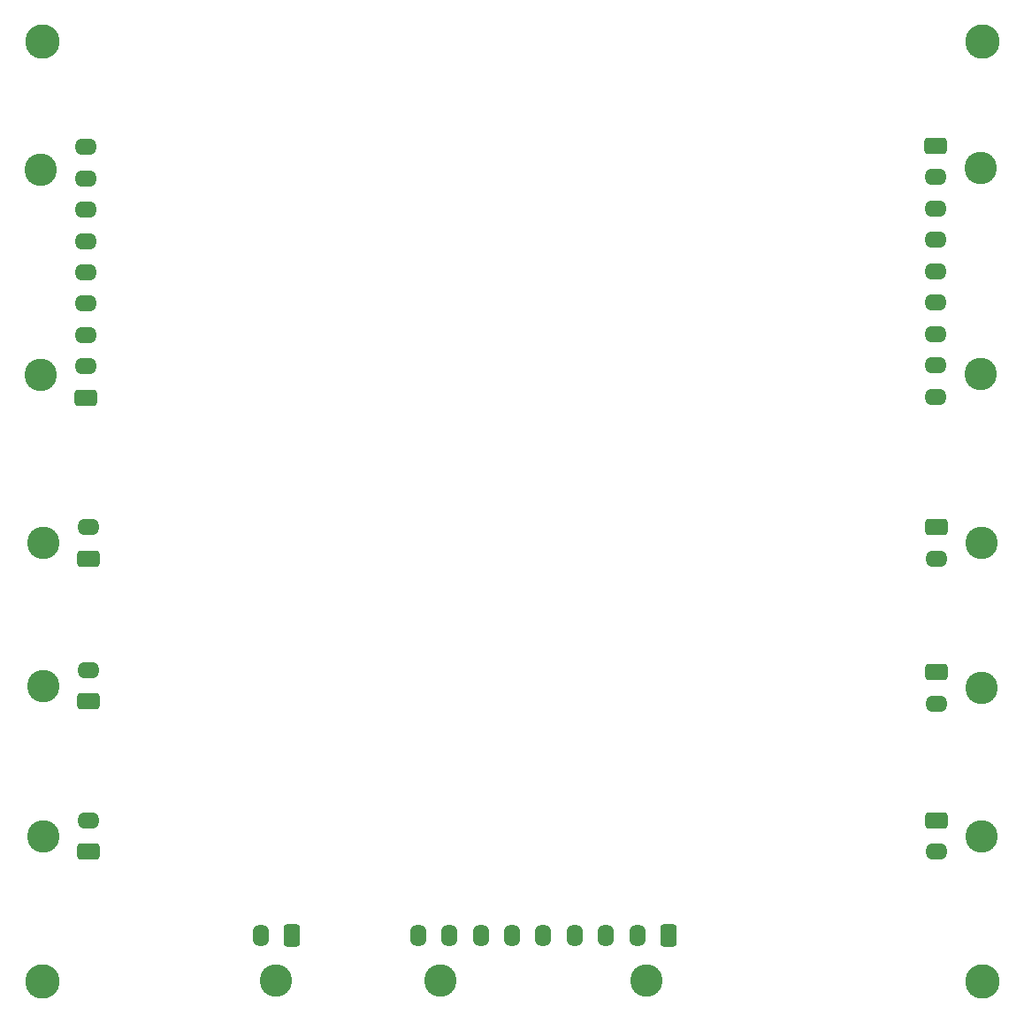
<source format=gbr>
%TF.GenerationSoftware,KiCad,Pcbnew,(6.0.2)*%
%TF.CreationDate,2022-04-06T15:39:21-04:00*%
%TF.ProjectId,Lights_Board,4c696768-7473-45f4-926f-6172642e6b69,rev?*%
%TF.SameCoordinates,Original*%
%TF.FileFunction,Soldermask,Bot*%
%TF.FilePolarity,Negative*%
%FSLAX46Y46*%
G04 Gerber Fmt 4.6, Leading zero omitted, Abs format (unit mm)*
G04 Created by KiCad (PCBNEW (6.0.2)) date 2022-04-06 15:39:21*
%MOMM*%
%LPD*%
G01*
G04 APERTURE LIST*
G04 Aperture macros list*
%AMRoundRect*
0 Rectangle with rounded corners*
0 $1 Rounding radius*
0 $2 $3 $4 $5 $6 $7 $8 $9 X,Y pos of 4 corners*
0 Add a 4 corners polygon primitive as box body*
4,1,4,$2,$3,$4,$5,$6,$7,$8,$9,$2,$3,0*
0 Add four circle primitives for the rounded corners*
1,1,$1+$1,$2,$3*
1,1,$1+$1,$4,$5*
1,1,$1+$1,$6,$7*
1,1,$1+$1,$8,$9*
0 Add four rect primitives between the rounded corners*
20,1,$1+$1,$2,$3,$4,$5,0*
20,1,$1+$1,$4,$5,$6,$7,0*
20,1,$1+$1,$6,$7,$8,$9,0*
20,1,$1+$1,$8,$9,$2,$3,0*%
G04 Aperture macros list end*
%ADD10C,3.302000*%
%ADD11C,3.102000*%
%ADD12RoundRect,0.301001X-0.759999X0.499999X-0.759999X-0.499999X0.759999X-0.499999X0.759999X0.499999X0*%
%ADD13O,2.122000X1.602000*%
%ADD14RoundRect,0.301001X0.499999X0.759999X-0.499999X0.759999X-0.499999X-0.759999X0.499999X-0.759999X0*%
%ADD15O,1.602000X2.122000*%
%ADD16RoundRect,0.301001X0.759999X-0.499999X0.759999X0.499999X-0.759999X0.499999X-0.759999X-0.499999X0*%
G04 APERTURE END LIST*
D10*
%TO.C,H1*%
X105000000Y-55000000D03*
%TD*%
%TO.C,H2*%
X195000000Y-55000000D03*
%TD*%
%TO.C,H3*%
X195000000Y-145000000D03*
%TD*%
D11*
%TO.C,J3*%
X194850000Y-67150000D03*
X194850000Y-86850000D03*
D12*
X190530000Y-65000000D03*
D13*
X190530000Y-68000000D03*
X190530000Y-71000000D03*
X190530000Y-74000000D03*
X190530000Y-77000000D03*
X190530000Y-80000000D03*
X190530000Y-83000000D03*
X190530000Y-86000000D03*
X190530000Y-89000000D03*
%TD*%
D11*
%TO.C,J6*%
X162840000Y-144900000D03*
X143140000Y-144900000D03*
D14*
X164990000Y-140580000D03*
D15*
X161990000Y-140580000D03*
X158990000Y-140580000D03*
X155990000Y-140580000D03*
X152990000Y-140580000D03*
X149990000Y-140580000D03*
X146990000Y-140580000D03*
X143990000Y-140580000D03*
X140990000Y-140580000D03*
%TD*%
D11*
%TO.C,J7*%
X105080000Y-103000000D03*
D16*
X109400000Y-104500000D03*
D13*
X109400000Y-101500000D03*
%TD*%
D11*
%TO.C,J8*%
X105080000Y-116700000D03*
D16*
X109400000Y-118200000D03*
D13*
X109400000Y-115200000D03*
%TD*%
D11*
%TO.C,J9*%
X105080000Y-131100000D03*
D16*
X109400000Y-132600000D03*
D13*
X109400000Y-129600000D03*
%TD*%
D10*
%TO.C,H4*%
X105000000Y-145000000D03*
%TD*%
D11*
%TO.C,J11*%
X194920000Y-116900000D03*
D12*
X190600000Y-115400000D03*
D13*
X190600000Y-118400000D03*
%TD*%
D11*
%TO.C,J10*%
X194920000Y-103000000D03*
D12*
X190600000Y-101500000D03*
D13*
X190600000Y-104500000D03*
%TD*%
D11*
%TO.C,J12*%
X194920000Y-131100000D03*
D12*
X190600000Y-129600000D03*
D13*
X190600000Y-132600000D03*
%TD*%
D11*
%TO.C,J5*%
X104850000Y-67250000D03*
X104850000Y-86950000D03*
D16*
X109170000Y-89100000D03*
D13*
X109170000Y-86100000D03*
X109170000Y-83100000D03*
X109170000Y-80100000D03*
X109170000Y-77100000D03*
X109170000Y-74100000D03*
X109170000Y-71100000D03*
X109170000Y-68100000D03*
X109170000Y-65100000D03*
%TD*%
D11*
%TO.C,J13*%
X127400000Y-144900000D03*
D14*
X128900000Y-140580000D03*
D15*
X125900000Y-140580000D03*
%TD*%
M02*

</source>
